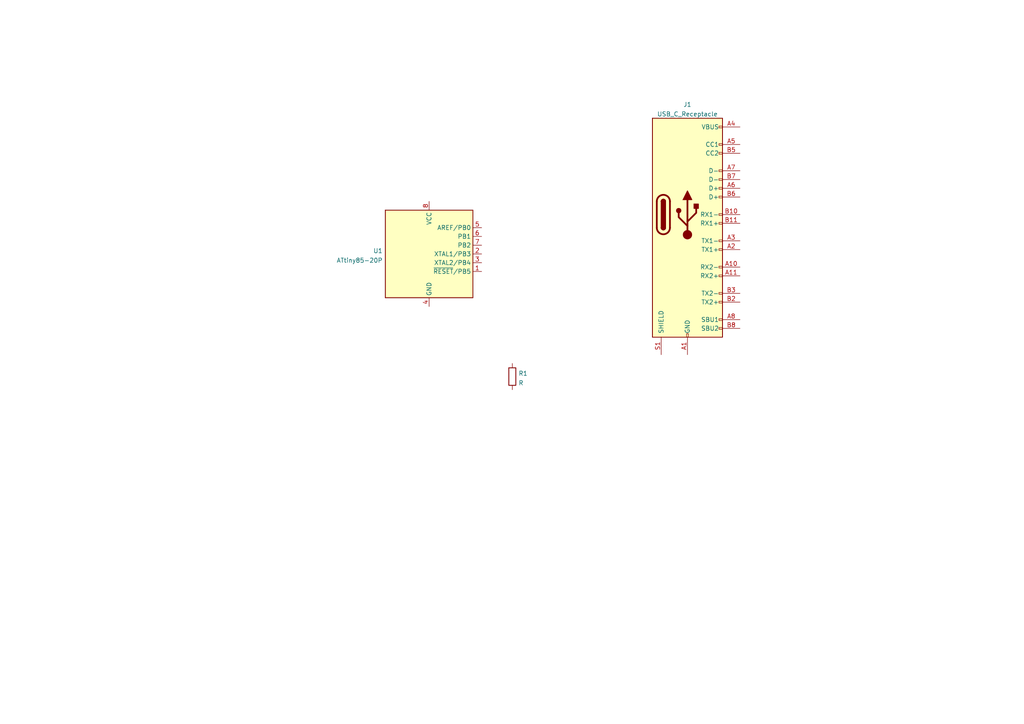
<source format=kicad_sch>
(kicad_sch (version 20211123) (generator eeschema)

  (uuid e63e39d7-6ac0-4ffd-8aa3-1841a4541b55)

  (paper "A4")

  (lib_symbols
    (symbol "Connector:USB_C_Receptacle" (pin_names (offset 1.016)) (in_bom yes) (on_board yes)
      (property "Reference" "J" (id 0) (at -10.16 29.21 0)
        (effects (font (size 1.27 1.27)) (justify left))
      )
      (property "Value" "USB_C_Receptacle" (id 1) (at 10.16 29.21 0)
        (effects (font (size 1.27 1.27)) (justify right))
      )
      (property "Footprint" "" (id 2) (at 3.81 0 0)
        (effects (font (size 1.27 1.27)) hide)
      )
      (property "Datasheet" "https://www.usb.org/sites/default/files/documents/usb_type-c.zip" (id 3) (at 3.81 0 0)
        (effects (font (size 1.27 1.27)) hide)
      )
      (property "ki_keywords" "usb universal serial bus type-C full-featured" (id 4) (at 0 0 0)
        (effects (font (size 1.27 1.27)) hide)
      )
      (property "ki_description" "USB Full-Featured Type-C Receptacle connector" (id 5) (at 0 0 0)
        (effects (font (size 1.27 1.27)) hide)
      )
      (property "ki_fp_filters" "USB*C*Receptacle*" (id 6) (at 0 0 0)
        (effects (font (size 1.27 1.27)) hide)
      )
      (symbol "USB_C_Receptacle_0_0"
        (rectangle (start -0.254 -35.56) (end 0.254 -34.544)
          (stroke (width 0) (type default) (color 0 0 0 0))
          (fill (type none))
        )
        (rectangle (start 10.16 -32.766) (end 9.144 -33.274)
          (stroke (width 0) (type default) (color 0 0 0 0))
          (fill (type none))
        )
        (rectangle (start 10.16 -30.226) (end 9.144 -30.734)
          (stroke (width 0) (type default) (color 0 0 0 0))
          (fill (type none))
        )
        (rectangle (start 10.16 -25.146) (end 9.144 -25.654)
          (stroke (width 0) (type default) (color 0 0 0 0))
          (fill (type none))
        )
        (rectangle (start 10.16 -22.606) (end 9.144 -23.114)
          (stroke (width 0) (type default) (color 0 0 0 0))
          (fill (type none))
        )
        (rectangle (start 10.16 -17.526) (end 9.144 -18.034)
          (stroke (width 0) (type default) (color 0 0 0 0))
          (fill (type none))
        )
        (rectangle (start 10.16 -14.986) (end 9.144 -15.494)
          (stroke (width 0) (type default) (color 0 0 0 0))
          (fill (type none))
        )
        (rectangle (start 10.16 -9.906) (end 9.144 -10.414)
          (stroke (width 0) (type default) (color 0 0 0 0))
          (fill (type none))
        )
        (rectangle (start 10.16 -7.366) (end 9.144 -7.874)
          (stroke (width 0) (type default) (color 0 0 0 0))
          (fill (type none))
        )
        (rectangle (start 10.16 -2.286) (end 9.144 -2.794)
          (stroke (width 0) (type default) (color 0 0 0 0))
          (fill (type none))
        )
        (rectangle (start 10.16 0.254) (end 9.144 -0.254)
          (stroke (width 0) (type default) (color 0 0 0 0))
          (fill (type none))
        )
        (rectangle (start 10.16 5.334) (end 9.144 4.826)
          (stroke (width 0) (type default) (color 0 0 0 0))
          (fill (type none))
        )
        (rectangle (start 10.16 7.874) (end 9.144 7.366)
          (stroke (width 0) (type default) (color 0 0 0 0))
          (fill (type none))
        )
        (rectangle (start 10.16 10.414) (end 9.144 9.906)
          (stroke (width 0) (type default) (color 0 0 0 0))
          (fill (type none))
        )
        (rectangle (start 10.16 12.954) (end 9.144 12.446)
          (stroke (width 0) (type default) (color 0 0 0 0))
          (fill (type none))
        )
        (rectangle (start 10.16 18.034) (end 9.144 17.526)
          (stroke (width 0) (type default) (color 0 0 0 0))
          (fill (type none))
        )
        (rectangle (start 10.16 20.574) (end 9.144 20.066)
          (stroke (width 0) (type default) (color 0 0 0 0))
          (fill (type none))
        )
        (rectangle (start 10.16 25.654) (end 9.144 25.146)
          (stroke (width 0) (type default) (color 0 0 0 0))
          (fill (type none))
        )
      )
      (symbol "USB_C_Receptacle_0_1"
        (rectangle (start -10.16 27.94) (end 10.16 -35.56)
          (stroke (width 0.254) (type default) (color 0 0 0 0))
          (fill (type background))
        )
        (arc (start -8.89 -3.81) (mid -6.985 -5.715) (end -5.08 -3.81)
          (stroke (width 0.508) (type default) (color 0 0 0 0))
          (fill (type none))
        )
        (arc (start -7.62 -3.81) (mid -6.985 -4.445) (end -6.35 -3.81)
          (stroke (width 0.254) (type default) (color 0 0 0 0))
          (fill (type none))
        )
        (arc (start -7.62 -3.81) (mid -6.985 -4.445) (end -6.35 -3.81)
          (stroke (width 0.254) (type default) (color 0 0 0 0))
          (fill (type outline))
        )
        (rectangle (start -7.62 -3.81) (end -6.35 3.81)
          (stroke (width 0.254) (type default) (color 0 0 0 0))
          (fill (type outline))
        )
        (arc (start -6.35 3.81) (mid -6.985 4.445) (end -7.62 3.81)
          (stroke (width 0.254) (type default) (color 0 0 0 0))
          (fill (type none))
        )
        (arc (start -6.35 3.81) (mid -6.985 4.445) (end -7.62 3.81)
          (stroke (width 0.254) (type default) (color 0 0 0 0))
          (fill (type outline))
        )
        (arc (start -5.08 3.81) (mid -6.985 5.715) (end -8.89 3.81)
          (stroke (width 0.508) (type default) (color 0 0 0 0))
          (fill (type none))
        )
        (polyline
          (pts
            (xy -8.89 -3.81)
            (xy -8.89 3.81)
          )
          (stroke (width 0.508) (type default) (color 0 0 0 0))
          (fill (type none))
        )
        (polyline
          (pts
            (xy -5.08 3.81)
            (xy -5.08 -3.81)
          )
          (stroke (width 0.508) (type default) (color 0 0 0 0))
          (fill (type none))
        )
      )
      (symbol "USB_C_Receptacle_1_1"
        (circle (center -2.54 1.143) (radius 0.635)
          (stroke (width 0.254) (type default) (color 0 0 0 0))
          (fill (type outline))
        )
        (circle (center 0 -5.842) (radius 1.27)
          (stroke (width 0) (type default) (color 0 0 0 0))
          (fill (type outline))
        )
        (polyline
          (pts
            (xy 0 -5.842)
            (xy 0 4.318)
          )
          (stroke (width 0.508) (type default) (color 0 0 0 0))
          (fill (type none))
        )
        (polyline
          (pts
            (xy 0 -3.302)
            (xy -2.54 -0.762)
            (xy -2.54 0.508)
          )
          (stroke (width 0.508) (type default) (color 0 0 0 0))
          (fill (type none))
        )
        (polyline
          (pts
            (xy 0 -2.032)
            (xy 2.54 0.508)
            (xy 2.54 1.778)
          )
          (stroke (width 0.508) (type default) (color 0 0 0 0))
          (fill (type none))
        )
        (polyline
          (pts
            (xy -1.27 4.318)
            (xy 0 6.858)
            (xy 1.27 4.318)
            (xy -1.27 4.318)
          )
          (stroke (width 0.254) (type default) (color 0 0 0 0))
          (fill (type outline))
        )
        (rectangle (start 1.905 1.778) (end 3.175 3.048)
          (stroke (width 0.254) (type default) (color 0 0 0 0))
          (fill (type outline))
        )
        (pin passive line (at 0 -40.64 90) (length 5.08)
          (name "GND" (effects (font (size 1.27 1.27))))
          (number "A1" (effects (font (size 1.27 1.27))))
        )
        (pin bidirectional line (at 15.24 -15.24 180) (length 5.08)
          (name "RX2-" (effects (font (size 1.27 1.27))))
          (number "A10" (effects (font (size 1.27 1.27))))
        )
        (pin bidirectional line (at 15.24 -17.78 180) (length 5.08)
          (name "RX2+" (effects (font (size 1.27 1.27))))
          (number "A11" (effects (font (size 1.27 1.27))))
        )
        (pin passive line (at 0 -40.64 90) (length 5.08) hide
          (name "GND" (effects (font (size 1.27 1.27))))
          (number "A12" (effects (font (size 1.27 1.27))))
        )
        (pin bidirectional line (at 15.24 -10.16 180) (length 5.08)
          (name "TX1+" (effects (font (size 1.27 1.27))))
          (number "A2" (effects (font (size 1.27 1.27))))
        )
        (pin bidirectional line (at 15.24 -7.62 180) (length 5.08)
          (name "TX1-" (effects (font (size 1.27 1.27))))
          (number "A3" (effects (font (size 1.27 1.27))))
        )
        (pin passive line (at 15.24 25.4 180) (length 5.08)
          (name "VBUS" (effects (font (size 1.27 1.27))))
          (number "A4" (effects (font (size 1.27 1.27))))
        )
        (pin bidirectional line (at 15.24 20.32 180) (length 5.08)
          (name "CC1" (effects (font (size 1.27 1.27))))
          (number "A5" (effects (font (size 1.27 1.27))))
        )
        (pin bidirectional line (at 15.24 7.62 180) (length 5.08)
          (name "D+" (effects (font (size 1.27 1.27))))
          (number "A6" (effects (font (size 1.27 1.27))))
        )
        (pin bidirectional line (at 15.24 12.7 180) (length 5.08)
          (name "D-" (effects (font (size 1.27 1.27))))
          (number "A7" (effects (font (size 1.27 1.27))))
        )
        (pin bidirectional line (at 15.24 -30.48 180) (length 5.08)
          (name "SBU1" (effects (font (size 1.27 1.27))))
          (number "A8" (effects (font (size 1.27 1.27))))
        )
        (pin passive line (at 15.24 25.4 180) (length 5.08) hide
          (name "VBUS" (effects (font (size 1.27 1.27))))
          (number "A9" (effects (font (size 1.27 1.27))))
        )
        (pin passive line (at 0 -40.64 90) (length 5.08) hide
          (name "GND" (effects (font (size 1.27 1.27))))
          (number "B1" (effects (font (size 1.27 1.27))))
        )
        (pin bidirectional line (at 15.24 0 180) (length 5.08)
          (name "RX1-" (effects (font (size 1.27 1.27))))
          (number "B10" (effects (font (size 1.27 1.27))))
        )
        (pin bidirectional line (at 15.24 -2.54 180) (length 5.08)
          (name "RX1+" (effects (font (size 1.27 1.27))))
          (number "B11" (effects (font (size 1.27 1.27))))
        )
        (pin passive line (at 0 -40.64 90) (length 5.08) hide
          (name "GND" (effects (font (size 1.27 1.27))))
          (number "B12" (effects (font (size 1.27 1.27))))
        )
        (pin bidirectional line (at 15.24 -25.4 180) (length 5.08)
          (name "TX2+" (effects (font (size 1.27 1.27))))
          (number "B2" (effects (font (size 1.27 1.27))))
        )
        (pin bidirectional line (at 15.24 -22.86 180) (length 5.08)
          (name "TX2-" (effects (font (size 1.27 1.27))))
          (number "B3" (effects (font (size 1.27 1.27))))
        )
        (pin passive line (at 15.24 25.4 180) (length 5.08) hide
          (name "VBUS" (effects (font (size 1.27 1.27))))
          (number "B4" (effects (font (size 1.27 1.27))))
        )
        (pin bidirectional line (at 15.24 17.78 180) (length 5.08)
          (name "CC2" (effects (font (size 1.27 1.27))))
          (number "B5" (effects (font (size 1.27 1.27))))
        )
        (pin bidirectional line (at 15.24 5.08 180) (length 5.08)
          (name "D+" (effects (font (size 1.27 1.27))))
          (number "B6" (effects (font (size 1.27 1.27))))
        )
        (pin bidirectional line (at 15.24 10.16 180) (length 5.08)
          (name "D-" (effects (font (size 1.27 1.27))))
          (number "B7" (effects (font (size 1.27 1.27))))
        )
        (pin bidirectional line (at 15.24 -33.02 180) (length 5.08)
          (name "SBU2" (effects (font (size 1.27 1.27))))
          (number "B8" (effects (font (size 1.27 1.27))))
        )
        (pin passive line (at 15.24 25.4 180) (length 5.08) hide
          (name "VBUS" (effects (font (size 1.27 1.27))))
          (number "B9" (effects (font (size 1.27 1.27))))
        )
        (pin passive line (at -7.62 -40.64 90) (length 5.08)
          (name "SHIELD" (effects (font (size 1.27 1.27))))
          (number "S1" (effects (font (size 1.27 1.27))))
        )
      )
    )
    (symbol "Device:R" (pin_numbers hide) (pin_names (offset 0)) (in_bom yes) (on_board yes)
      (property "Reference" "R" (id 0) (at 2.032 0 90)
        (effects (font (size 1.27 1.27)))
      )
      (property "Value" "R" (id 1) (at 0 0 90)
        (effects (font (size 1.27 1.27)))
      )
      (property "Footprint" "" (id 2) (at -1.778 0 90)
        (effects (font (size 1.27 1.27)) hide)
      )
      (property "Datasheet" "~" (id 3) (at 0 0 0)
        (effects (font (size 1.27 1.27)) hide)
      )
      (property "ki_keywords" "R res resistor" (id 4) (at 0 0 0)
        (effects (font (size 1.27 1.27)) hide)
      )
      (property "ki_description" "Resistor" (id 5) (at 0 0 0)
        (effects (font (size 1.27 1.27)) hide)
      )
      (property "ki_fp_filters" "R_*" (id 6) (at 0 0 0)
        (effects (font (size 1.27 1.27)) hide)
      )
      (symbol "R_0_1"
        (rectangle (start -1.016 -2.54) (end 1.016 2.54)
          (stroke (width 0.254) (type default) (color 0 0 0 0))
          (fill (type none))
        )
      )
      (symbol "R_1_1"
        (pin passive line (at 0 3.81 270) (length 1.27)
          (name "~" (effects (font (size 1.27 1.27))))
          (number "1" (effects (font (size 1.27 1.27))))
        )
        (pin passive line (at 0 -3.81 90) (length 1.27)
          (name "~" (effects (font (size 1.27 1.27))))
          (number "2" (effects (font (size 1.27 1.27))))
        )
      )
    )
    (symbol "MCU_Microchip_ATtiny:ATtiny85-20P" (in_bom yes) (on_board yes)
      (property "Reference" "U" (id 0) (at -12.7 13.97 0)
        (effects (font (size 1.27 1.27)) (justify left bottom))
      )
      (property "Value" "ATtiny85-20P" (id 1) (at 2.54 -13.97 0)
        (effects (font (size 1.27 1.27)) (justify left top))
      )
      (property "Footprint" "Package_DIP:DIP-8_W7.62mm" (id 2) (at 0 0 0)
        (effects (font (size 1.27 1.27) italic) hide)
      )
      (property "Datasheet" "http://ww1.microchip.com/downloads/en/DeviceDoc/atmel-2586-avr-8-bit-microcontroller-attiny25-attiny45-attiny85_datasheet.pdf" (id 3) (at 0 0 0)
        (effects (font (size 1.27 1.27)) hide)
      )
      (property "ki_keywords" "AVR 8bit Microcontroller tinyAVR" (id 4) (at 0 0 0)
        (effects (font (size 1.27 1.27)) hide)
      )
      (property "ki_description" "20MHz, 8kB Flash, 512B SRAM, 512B EEPROM, debugWIRE, DIP-8" (id 5) (at 0 0 0)
        (effects (font (size 1.27 1.27)) hide)
      )
      (property "ki_fp_filters" "DIP*W7.62mm*" (id 6) (at 0 0 0)
        (effects (font (size 1.27 1.27)) hide)
      )
      (symbol "ATtiny85-20P_0_1"
        (rectangle (start -12.7 -12.7) (end 12.7 12.7)
          (stroke (width 0.254) (type default) (color 0 0 0 0))
          (fill (type background))
        )
      )
      (symbol "ATtiny85-20P_1_1"
        (pin bidirectional line (at 15.24 -5.08 180) (length 2.54)
          (name "~{RESET}/PB5" (effects (font (size 1.27 1.27))))
          (number "1" (effects (font (size 1.27 1.27))))
        )
        (pin bidirectional line (at 15.24 0 180) (length 2.54)
          (name "XTAL1/PB3" (effects (font (size 1.27 1.27))))
          (number "2" (effects (font (size 1.27 1.27))))
        )
        (pin bidirectional line (at 15.24 -2.54 180) (length 2.54)
          (name "XTAL2/PB4" (effects (font (size 1.27 1.27))))
          (number "3" (effects (font (size 1.27 1.27))))
        )
        (pin power_in line (at 0 -15.24 90) (length 2.54)
          (name "GND" (effects (font (size 1.27 1.27))))
          (number "4" (effects (font (size 1.27 1.27))))
        )
        (pin bidirectional line (at 15.24 7.62 180) (length 2.54)
          (name "AREF/PB0" (effects (font (size 1.27 1.27))))
          (number "5" (effects (font (size 1.27 1.27))))
        )
        (pin bidirectional line (at 15.24 5.08 180) (length 2.54)
          (name "PB1" (effects (font (size 1.27 1.27))))
          (number "6" (effects (font (size 1.27 1.27))))
        )
        (pin bidirectional line (at 15.24 2.54 180) (length 2.54)
          (name "PB2" (effects (font (size 1.27 1.27))))
          (number "7" (effects (font (size 1.27 1.27))))
        )
        (pin power_in line (at 0 15.24 270) (length 2.54)
          (name "VCC" (effects (font (size 1.27 1.27))))
          (number "8" (effects (font (size 1.27 1.27))))
        )
      )
    )
  )


  (symbol (lib_id "Connector:USB_C_Receptacle") (at 199.39 62.23 0) (unit 1)
    (in_bom yes) (on_board yes) (fields_autoplaced)
    (uuid 064fc4ee-d447-4559-baca-3d06449176e8)
    (property "Reference" "J1" (id 0) (at 199.39 30.3235 0))
    (property "Value" "USB_C_Receptacle" (id 1) (at 199.39 33.0986 0))
    (property "Footprint" "" (id 2) (at 203.2 62.23 0)
      (effects (font (size 1.27 1.27)) hide)
    )
    (property "Datasheet" "https://www.usb.org/sites/default/files/documents/usb_type-c.zip" (id 3) (at 203.2 62.23 0)
      (effects (font (size 1.27 1.27)) hide)
    )
    (pin "A1" (uuid 5ca1b324-fc5b-439a-8b2a-ce6855b516ee))
    (pin "A10" (uuid a07bda2c-93ba-4689-93f8-43840d42c864))
    (pin "A11" (uuid 47e68a06-ffc8-4873-ba3b-58c862c6e9a7))
    (pin "A12" (uuid 103b4ca3-1110-46aa-93fd-e3875234271d))
    (pin "A2" (uuid 9d3c1022-ada3-49c3-adf4-0b469f7333d8))
    (pin "A3" (uuid fc796df7-838b-4292-a482-85848115cd74))
    (pin "A4" (uuid a3df867f-e009-4422-a170-0c49a469e745))
    (pin "A5" (uuid 36ff2052-b6f0-4838-a916-4bedc84b217a))
    (pin "A6" (uuid bcbddad0-7fad-4cd6-8dd1-d1d4f8020323))
    (pin "A7" (uuid 95e669ed-a642-4381-9630-64c363821dfe))
    (pin "A8" (uuid b4c641b6-91f2-4abf-b7e4-ff0240c3f754))
    (pin "A9" (uuid 2d223460-6658-42b5-b08b-2bf056889d10))
    (pin "B1" (uuid 9936fe82-f39e-4423-a3ae-78602fa02de5))
    (pin "B10" (uuid 69f7e994-da43-4348-9c0e-bb13714720ce))
    (pin "B11" (uuid 98b66d6c-56aa-4836-8f0e-d0c01afd2d31))
    (pin "B12" (uuid 67ca468e-b95c-4f2d-835c-6f25a3102c44))
    (pin "B2" (uuid d9eacd31-7f3c-4255-9b20-0af22ae5fcdc))
    (pin "B3" (uuid 8d9303c6-3404-40bf-8ab8-63c7f9648292))
    (pin "B4" (uuid 82a47c8c-2764-4c77-8b86-e6b0f871e602))
    (pin "B5" (uuid bc95d16a-d5e2-4520-b1cb-50b501d7bc33))
    (pin "B6" (uuid 6da1bca9-a172-448f-b9cd-cd0d2a399cb6))
    (pin "B7" (uuid dc4521ca-d1c3-45ae-ba8c-684a1c8feba3))
    (pin "B8" (uuid d96f301c-5db2-400f-bcb1-74e29d660700))
    (pin "B9" (uuid d8fbfc94-1654-403c-a92f-f39f91b311ce))
    (pin "S1" (uuid 1f65c11d-1c25-402a-b9df-a63ce5ad4069))
  )

  (symbol (lib_id "MCU_Microchip_ATtiny:ATtiny85-20P") (at 124.46 73.66 0) (unit 1)
    (in_bom yes) (on_board yes) (fields_autoplaced)
    (uuid 2891767f-251c-48c4-91c0-deb1b368f45c)
    (property "Reference" "U1" (id 0) (at 110.998 72.7515 0)
      (effects (font (size 1.27 1.27)) (justify right))
    )
    (property "Value" "ATtiny85-20P" (id 1) (at 110.998 75.5266 0)
      (effects (font (size 1.27 1.27)) (justify right))
    )
    (property "Footprint" "Package_DIP:DIP-8_W7.62mm" (id 2) (at 124.46 73.66 0)
      (effects (font (size 1.27 1.27) italic) hide)
    )
    (property "Datasheet" "http://ww1.microchip.com/downloads/en/DeviceDoc/atmel-2586-avr-8-bit-microcontroller-attiny25-attiny45-attiny85_datasheet.pdf" (id 3) (at 124.46 73.66 0)
      (effects (font (size 1.27 1.27)) hide)
    )
    (pin "1" (uuid bc0dbc57-3ae8-4ce5-a05c-2d6003bba475))
    (pin "2" (uuid 00f3ea8b-8a54-4e56-84ff-d98f6c00496c))
    (pin "3" (uuid 009b5465-0a65-4237-93e7-eb65321eeb18))
    (pin "4" (uuid 221bef83-3ea7-4d3f-adeb-53a8a07c6273))
    (pin "5" (uuid b52d6ff3-fef1-496e-8dd5-ebb89b6bce6a))
    (pin "6" (uuid 4ba06b66-7669-4c70-b585-f5d4c9c33527))
    (pin "7" (uuid 60ff6322-62e2-4602-9bc0-7a0f0a5ecfbf))
    (pin "8" (uuid e7369115-d491-4ef3-be3d-f5298992c3e8))
  )

  (symbol (lib_id "Device:R") (at 148.59 109.22 0) (unit 1)
    (in_bom yes) (on_board yes) (fields_autoplaced)
    (uuid 8fc26687-2a80-4623-a274-b870d0121a8d)
    (property "Reference" "R1" (id 0) (at 150.368 108.3115 0)
      (effects (font (size 1.27 1.27)) (justify left))
    )
    (property "Value" "R" (id 1) (at 150.368 111.0866 0)
      (effects (font (size 1.27 1.27)) (justify left))
    )
    (property "Footprint" "" (id 2) (at 146.812 109.22 90)
      (effects (font (size 1.27 1.27)) hide)
    )
    (property "Datasheet" "~" (id 3) (at 148.59 109.22 0)
      (effects (font (size 1.27 1.27)) hide)
    )
    (pin "1" (uuid 3275017f-79af-4711-ab80-c58ed52f4b73))
    (pin "2" (uuid 610945fc-9efc-4817-8112-800396c8b577))
  )

  (sheet_instances
    (path "/" (page "1"))
  )

  (symbol_instances
    (path "/064fc4ee-d447-4559-baca-3d06449176e8"
      (reference "J1") (unit 1) (value "USB_C_Receptacle") (footprint "")
    )
    (path "/8fc26687-2a80-4623-a274-b870d0121a8d"
      (reference "R1") (unit 1) (value "R") (footprint "")
    )
    (path "/2891767f-251c-48c4-91c0-deb1b368f45c"
      (reference "U1") (unit 1) (value "ATtiny85-20P") (footprint "Package_DIP:DIP-8_W7.62mm")
    )
  )
)

</source>
